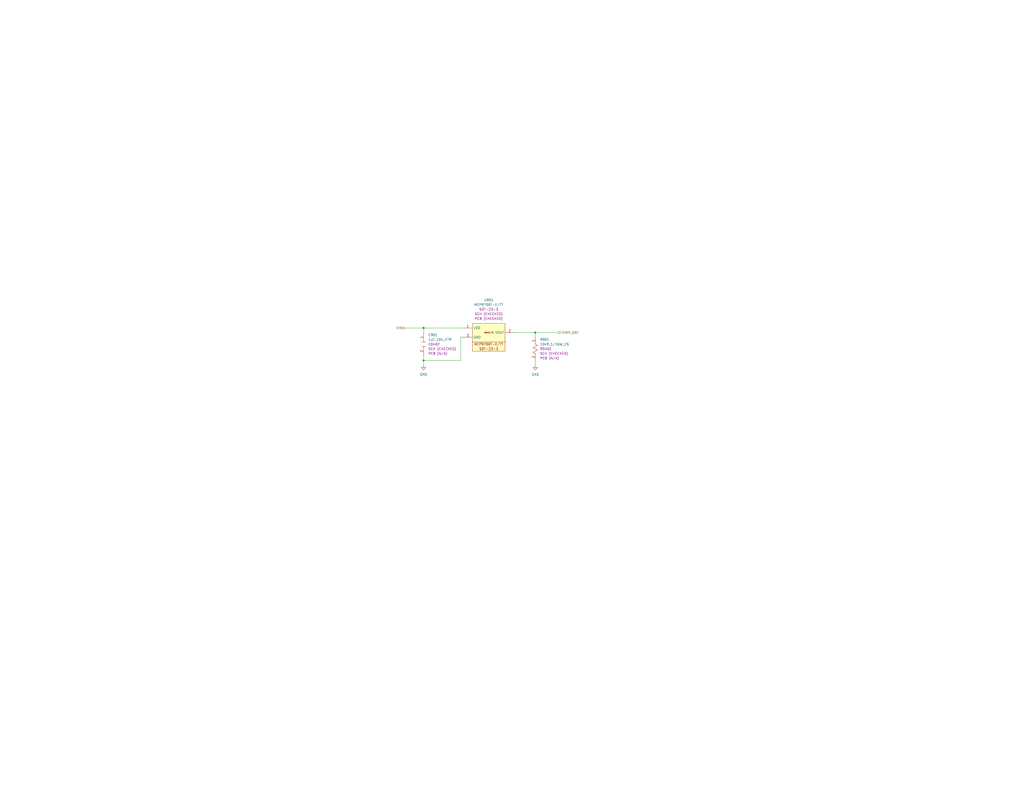
<source format=kicad_sch>
(kicad_sch (version 20230121) (generator eeschema)
  (paper "C")
  (title_block (title "_HW_EPaper") (date "2023-12-18") (rev "v1.0") (company "Mend0z0") (comment 1 "v1.0") (comment 2 "CHECKED") (comment 3 "Siavash Taher Parvar") (comment 4 "_BOM_EPaper.csv") (comment 5 "_HW_EPaper.kicad_pcb") (comment 6 "_GBR_EPaper.zip") (comment 7 "_ASM_EPaper.html") (comment 8 "N/A") (comment 9 "First Release"))
  (lib_symbols
    (symbol "_SCHLIB_Epaper:CAP_1uF_10V_X7R_C0402"
      (property "Reference" "C" (at 2.54 3.81 0))
      (property "Value" "1uF_10V_X7R" (at 2.54 6.35 0))
      (property "Package" "C0402" (at 2.54 29.21 0))
      (property "SCH CHECK" "SCH (CHECKED)" (at 2.54 31.75 0))
      (property "PCB CHECK" "PCB (N/A)" (at 2.54 34.29 0))
      (symbol "CAP_1uF_10V_X7R_C0402_0_1"
        (polyline (pts (xy 5.08 1.27) (xy 5.08 -1.27)))
        (polyline (pts (xy 7.62 1.27) (xy 7.62 -1.27)))
      )
      (symbol "CAP_1uF_10V_X7R_C0402_1_1"
        (pin passive line (at 0 0 0) (length 5.08) (name "") (number "1"))
        (pin passive line (at 12.7 0 180) (length 5.08) (name "") (number "2"))
      )
    )
    (symbol "_SCHLIB_Epaper:IC_SENSOR_MCP9700T-E/TT_10mV/C_-40C~125C_+2.3V~5.5V_SOT23-3"
      (property "Reference" "U" (at 2.54 3.81 0))
      (property "Value" "MCP9700T-E/TT" (at 2.54 6.35 0))
      (property "Package" "SOT-23-3" (at 2.54 29.21 0))
      (property "SCH CHECK" "SCH (CHECKED)" (at 2.54 31.75 0))
      (property "PCB CHECK" "PCB (CHECKED)" (at 2.54 34.29 0))
      (symbol "IC_SENSOR_MCP9700T-E/TT_10mV/C_-40C~125C_+2.3V~5.5V_SOT23-3_0_0"
        (text "MCP9700T-E/TT" (at 13.97 -11.43 0) (effects (font (size 1.27 1.27))))
        (text "SOT-23-3" (at 13.97 -13.97 0) (effects (font (size 1.27 1.27))))
      )
      (symbol "IC_SENSOR_MCP9700T-E/TT_10mV/C_-40C~125C_+2.3V~5.5V_SOT23-3_1_0"
        (text "10mV/°C" (at 13.97 -5.08 0) (effects (font (size 0.762 0.762))))
      )
      (symbol "IC_SENSOR_MCP9700T-E/TT_10mV/C_-40C~125C_+2.3V~5.5V_SOT23-3_1_1"
        (polyline (pts (xy 5.08 -10.16) (xy 22.86 -10.16)))
        (rectangle (start 5.08 0) (end 22.86 -15.24) (fill (type background)))
        (pin passive line (at 0 -2.54 0) (length 5.08) (name "VDD") (number "1"))
        (pin passive line (at 27.94 -5.08 180) (length 5.08) (name "VOUT") (number "2"))
        (pin passive line (at 0 -7.62 0) (length 5.08) (name "GND") (number "3"))
      )
    )
    (symbol "_SCHLIB_Epaper:RES_10kR_1/16W_1%_R0402"
      (property "Reference" "R" (at 2.54 3.81 0))
      (property "Value" "10kR_1/16W_1%" (at 2.54 6.35 0))
      (property "Package" "R0402" (at 2.54 29.21 0))
      (property "SCH CHECK" "SCH (CHECKED)" (at 2.54 31.75 0))
      (property "PCB CHECK" "PCB (N/A)" (at 2.54 34.29 0))
      (symbol "RES_10kR_1/16W_1%_R0402_0_1"
        (polyline (pts (xy 3.81 0) (xy 4.445 1.27) (xy 5.715 -1.27) (xy 6.985 1.27) (xy 8.255 -1.27) (xy 8.89 0)))
      )
      (symbol "RES_10kR_1/16W_1%_R0402_1_1"
        (pin passive line (at 0 0 0) (length 3.81) (name "") (number "1"))
        (pin passive line (at 12.7 0 180) (length 3.81) (name "") (number "2"))
      )
    )
    (symbol "power:GND" (power) (pin_names (offset 0))
      (property "Value" "GND" (at 0 -3.81 0))
      (symbol "GND_0_1"
        (polyline (pts (xy 0 0) (xy 0 -1.27) (xy 1.27 -1.27) (xy 0 -2.54) (xy -1.27 -1.27) (xy 0 -1.27)))
      )
      (symbol "GND_1_1"
        (pin power_in line (at 0 0 270) (length 0) hide (name "GND") (number "1"))
      )
    )
  )
  (junction (at 231.14 196.85))
  (junction (at 231.14 179.07))
  (junction (at 292.1 181.61))
  (wire (pts (xy 292.1 181.61) (xy 280.67 181.61)))
  (wire (pts (xy 304.8 181.61) (xy 292.1 181.61)))
  (wire (pts (xy 292.1 196.85) (xy 292.1 199.39)))
  (wire (pts (xy 252.73 184.15) (xy 251.46 184.15)))
  (wire (pts (xy 292.1 181.61) (xy 292.1 184.15)))
  (wire (pts (xy 251.46 184.15) (xy 251.46 196.85)))
  (wire (pts (xy 251.46 196.85) (xy 231.14 196.85)))
  (wire (pts (xy 231.14 179.07) (xy 231.14 181.61)))
  (wire (pts (xy 231.14 196.85) (xy 231.14 194.31)))
  (wire (pts (xy 252.73 179.07) (xy 231.14 179.07)))
  (wire (pts (xy 220.98 179.07) (xy 231.14 179.07)))
  (wire (pts (xy 231.14 196.85) (xy 231.14 199.39)))
  (hierarchical_label "VIN" (shape input) (at 220.98 179.07 180))
  (hierarchical_label "TEMP_ADC" (shape output) (at 304.8 181.61 0))
  (symbol (lib_id "_SCHLIB_Epaper:RES_10kR_1/16W_1%_R0402") (at 292.1 184.15 270) (unit 1)
    (property "Reference" "R901" (at 294.64 185.42 90) (effects (justify left)))
    (property "Value" "10kR_1/16W_1%" (at 294.64 187.96 90) (effects (justify left)))
    (property "Footprint" "Resistor_SMD:R_0402_1005Metric" (effects hide))
    (property "Datasheet" "https://www.bourns.com/docs/product-datasheets/cr.pdf?sfvrsn=574d41f6_14" (effects hide))
    (property "Description" "10 kOhms ±1% 0.063W, 1/16W Chip Resistor 0402 (1005 Metric) Thick Film" (effects hide))
    (property "Link" "https://www.digikey.ca/en/products/detail/bourns-inc/CR0402-FX-1002GLF/3593192" (effects hide))
    (property "Package" "R0402" (at 294.64 190.5 90) (effects (justify left)))
    (property "SCH CHECK" "SCH (CHECKED)" (at 294.64 193.04 90) (effects (justify left)))
    (property "PCB CHECK" "PCB (N/A)" (at 294.64 195.58 90) (effects (justify left)))
    (property "Part Number (Manufacturer)" "CR0402-FX-1002GLF" (effects hide))
    (property "Manufacturer" "Bourns Inc." (effects hide))
    (property "Part Number (Vendor)" "CR0402-FX-1002GLFTR-ND" (effects hide))
    (property "Vendor" "Digikey" (effects hide))
  )
  (symbol (lib_id "_SCHLIB_Epaper:IC_SENSOR_MCP9700T-E/TT_10mV/C_-40C~125C_+2.3V~5.5V_SOT23-3") (at 252.73 176.53 0) (unit 1)
    (property "Reference" "U901" (at 266.7 163.83 0))
    (property "Value" "MCP9700T-E/TT" (at 266.7 166.37 0))
    (property "Footprint" "Package_TO_SOT_SMD:SOT-23" (effects hide))
    (property "Datasheet" "https://ww1.microchip.com/downloads/en/DeviceDoc/20001942G.pdf" (effects hide))
    (property "Description" "Temperature Sensor Analog, Local -40°C ~ 125°C 10mV/°C SOT-23-3" (effects hide))
    (property "Link" "https://www.digikey.ca/en/products/detail/microchip-technology/MCP9700T-E-TT/1212510" (effects hide))
    (property "Package" "SOT-23-3" (at 266.7 168.91 0))
    (property "SCH CHECK" "SCH (CHECKED)" (at 266.7 171.45 0))
    (property "PCB CHECK" "PCB (CHECKED)" (at 266.7 173.99 0))
    (property "Part Number (Manufacturer)" "MCP9700T-E/TT" (effects hide))
    (property "Manufacturer" "Microchip Technology" (effects hide))
    (property "Part Number (Vendor)" "MCP9700T-E/TTTR-ND" (effects hide))
    (property "Vendor" "Digikey" (effects hide))
  )
  (symbol (lib_id "power:GND") (at 231.14 199.39 0) (unit 1)
    (property "Reference" "#PWR0901" (effects hide))
    (property "Value" "GND" (at 231.14 204.47 0))
  )
  (symbol (lib_id "power:GND") (at 292.1 199.39 0) (unit 1)
    (property "Reference" "#PWR0902" (effects hide))
    (property "Value" "GND" (at 292.1 204.47 0))
  )
  (symbol (lib_id "_SCHLIB_Epaper:CAP_1uF_10V_X7R_C0402") (at 231.14 181.61 270) (unit 1)
    (property "Reference" "C901" (at 233.68 182.88 90) (effects (justify left)))
    (property "Value" "1uF_10V_X7R" (at 233.68 185.42 90) (effects (justify left)))
    (property "Footprint" "Capacitor_SMD:C_0402_1005Metric" (effects hide))
    (property "Datasheet" "https://search.murata.co.jp/Ceramy/image/img/A01X/G101/ENG/GRM155Z71A105KE01-01.pdf" (effects hide))
    (property "Description" "1 µF ±10% 10V Ceramic Capacitor X7R 0402 (1005 Metric)" (effects hide))
    (property "Link" "https://www.digikey.ca/en/products/detail/murata-electronics/GRM155Z71A105KE01D/13905035" (effects hide))
    (property "Package" "C0402" (at 233.68 187.96 90) (effects (justify left)))
    (property "SCH CHECK" "SCH (CHECKED)" (at 233.68 190.5 90) (effects (justify left)))
    (property "PCB CHECK" "PCB (N/A)" (at 233.68 193.04 90) (effects (justify left)))
    (property "Manufacturer" "Murata Electronics" (effects hide))
    (property "Part Number (Manufacturer)" "GRM155Z71A105KE01D" (effects hide))
    (property "Part Number (Vendor)" "490-GRM155Z71A105KE01DTR-ND" (effects hide))
    (property "Vendor" "Digikey" (effects hide))
  )
)
</source>
